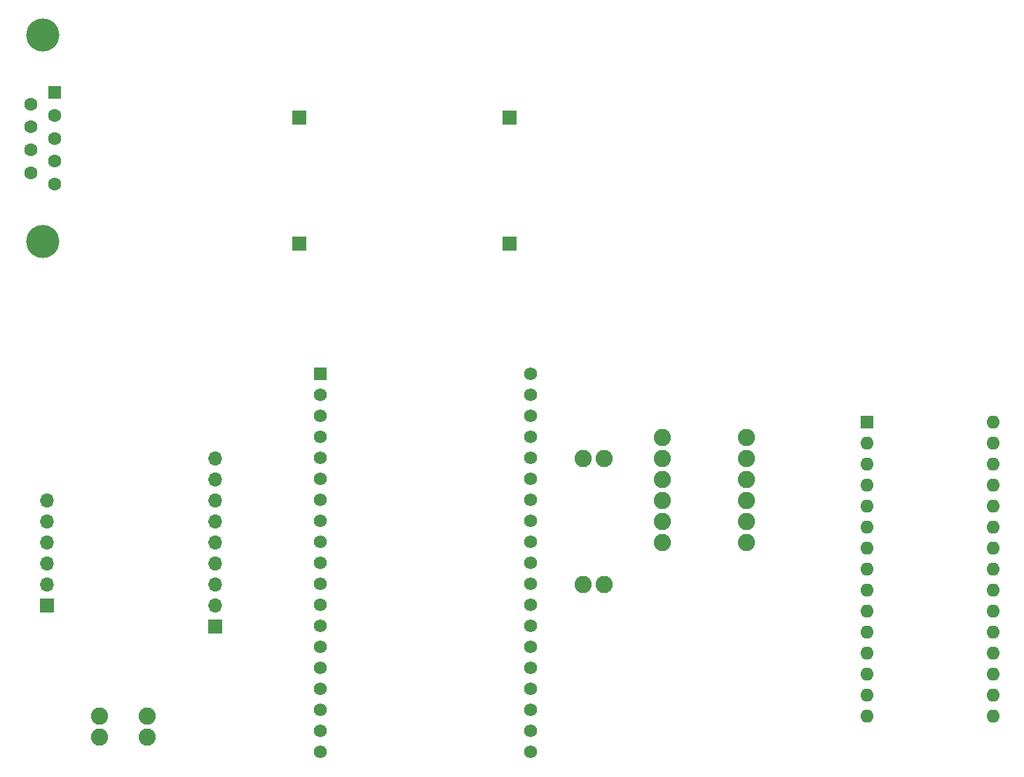
<source format=gbr>
%TF.GenerationSoftware,KiCad,Pcbnew,(6.0.4)*%
%TF.CreationDate,2022-04-04T20:05:43+03:00*%
%TF.ProjectId,volvo_bt_board,766f6c76-6f5f-4627-945f-626f6172642e,rev?*%
%TF.SameCoordinates,Original*%
%TF.FileFunction,Soldermask,Bot*%
%TF.FilePolarity,Negative*%
%FSLAX46Y46*%
G04 Gerber Fmt 4.6, Leading zero omitted, Abs format (unit mm)*
G04 Created by KiCad (PCBNEW (6.0.4)) date 2022-04-04 20:05:43*
%MOMM*%
%LPD*%
G01*
G04 APERTURE LIST*
%ADD10C,4.000000*%
%ADD11R,1.600000X1.600000*%
%ADD12C,1.600000*%
%ADD13R,1.700000X1.700000*%
%ADD14O,1.600000X1.600000*%
%ADD15C,2.082800*%
%ADD16O,1.700000X1.700000*%
%ADD17R,1.560000X1.560000*%
%ADD18C,1.560000*%
G04 APERTURE END LIST*
D10*
%TO.C,J1*%
X80770331Y-73450000D03*
X80770331Y-48450000D03*
D11*
X82190331Y-55410000D03*
D12*
X82190331Y-58180000D03*
X82190331Y-60950000D03*
X82190331Y-63720000D03*
X82190331Y-66490000D03*
X79350331Y-56795000D03*
X79350331Y-59565000D03*
X79350331Y-62335000D03*
X79350331Y-65105000D03*
%TD*%
D13*
%TO.C,J9*%
X137160000Y-73660000D03*
%TD*%
%TO.C,J6*%
X111760000Y-73660000D03*
%TD*%
%TO.C,J7*%
X111760000Y-58420000D03*
%TD*%
D11*
%TO.C,A1*%
X180350000Y-95250000D03*
D14*
X180350000Y-97790000D03*
X180350000Y-100330000D03*
X180350000Y-102870000D03*
X180350000Y-105410000D03*
X180350000Y-107950000D03*
X180350000Y-110490000D03*
X180350000Y-113030000D03*
X180350000Y-115570000D03*
X180350000Y-118110000D03*
X180350000Y-120650000D03*
X180350000Y-123190000D03*
X180350000Y-125730000D03*
X180350000Y-128270000D03*
X180350000Y-130810000D03*
X195590000Y-130810000D03*
X195590000Y-128270000D03*
X195590000Y-125730000D03*
X195590000Y-123190000D03*
X195590000Y-120650000D03*
X195590000Y-118110000D03*
X195590000Y-115570000D03*
X195590000Y-113030000D03*
X195590000Y-110490000D03*
X195590000Y-107950000D03*
X195590000Y-105410000D03*
X195590000Y-102870000D03*
X195590000Y-100330000D03*
X195590000Y-97790000D03*
X195590000Y-95250000D03*
%TD*%
D15*
%TO.C,J4*%
X93345000Y-130810000D03*
X93345000Y-133350000D03*
%TD*%
D13*
%TO.C,J3*%
X101600000Y-120005000D03*
D16*
X101600000Y-117465000D03*
X101600000Y-114925000D03*
X101600000Y-112385000D03*
X101600000Y-109845000D03*
X101600000Y-107305000D03*
X101600000Y-104765000D03*
X101600000Y-102225000D03*
X101600000Y-99685000D03*
%TD*%
D15*
%TO.C,B1*%
X155575000Y-104775000D03*
X165735000Y-104775000D03*
X165735000Y-102235000D03*
X165735000Y-97155000D03*
X165735000Y-99695000D03*
X165735000Y-107315000D03*
X165735000Y-109855000D03*
X155575000Y-102235000D03*
X155575000Y-97155000D03*
X155575000Y-99695000D03*
X155575000Y-107315000D03*
X155575000Y-109855000D03*
%TD*%
D17*
%TO.C,U1*%
X114300000Y-89460000D03*
D18*
X114300000Y-92000000D03*
X114300000Y-94540000D03*
X114300000Y-97080000D03*
X114300000Y-99620000D03*
X114300000Y-102160000D03*
X114300000Y-104700000D03*
X114300000Y-107240000D03*
X114300000Y-109780000D03*
X114300000Y-112320000D03*
X114300000Y-114860000D03*
X114300000Y-117400000D03*
X114300000Y-119940000D03*
X114300000Y-122480000D03*
X114300000Y-125020000D03*
X114300000Y-127560000D03*
X114300000Y-130100000D03*
X114300000Y-132640000D03*
X114300000Y-135180000D03*
X139700000Y-89460000D03*
X139700000Y-92000000D03*
X139700000Y-94540000D03*
X139700000Y-97080000D03*
X139700000Y-99620000D03*
X139700000Y-102160000D03*
X139700000Y-104700000D03*
X139700000Y-107240000D03*
X139700000Y-109780000D03*
X139700000Y-112320000D03*
X139700000Y-114860000D03*
X139700000Y-117400000D03*
X139700000Y-119940000D03*
X139700000Y-122480000D03*
X139700000Y-125020000D03*
X139700000Y-127560000D03*
X139700000Y-130100000D03*
X139700000Y-132640000D03*
X139700000Y-135180000D03*
%TD*%
D15*
%TO.C,J5*%
X87630000Y-133350000D03*
X87630000Y-130810000D03*
%TD*%
%TO.C,J11*%
X148590000Y-99695000D03*
X146050000Y-99695000D03*
%TD*%
D13*
%TO.C,J8*%
X137160000Y-58420000D03*
%TD*%
D15*
%TO.C,J12*%
X146050000Y-114935000D03*
X148590000Y-114935000D03*
%TD*%
D13*
%TO.C,J2*%
X81280000Y-117465000D03*
D16*
X81280000Y-114925000D03*
X81280000Y-112385000D03*
X81280000Y-109845000D03*
X81280000Y-107305000D03*
X81280000Y-104765000D03*
%TD*%
M02*

</source>
